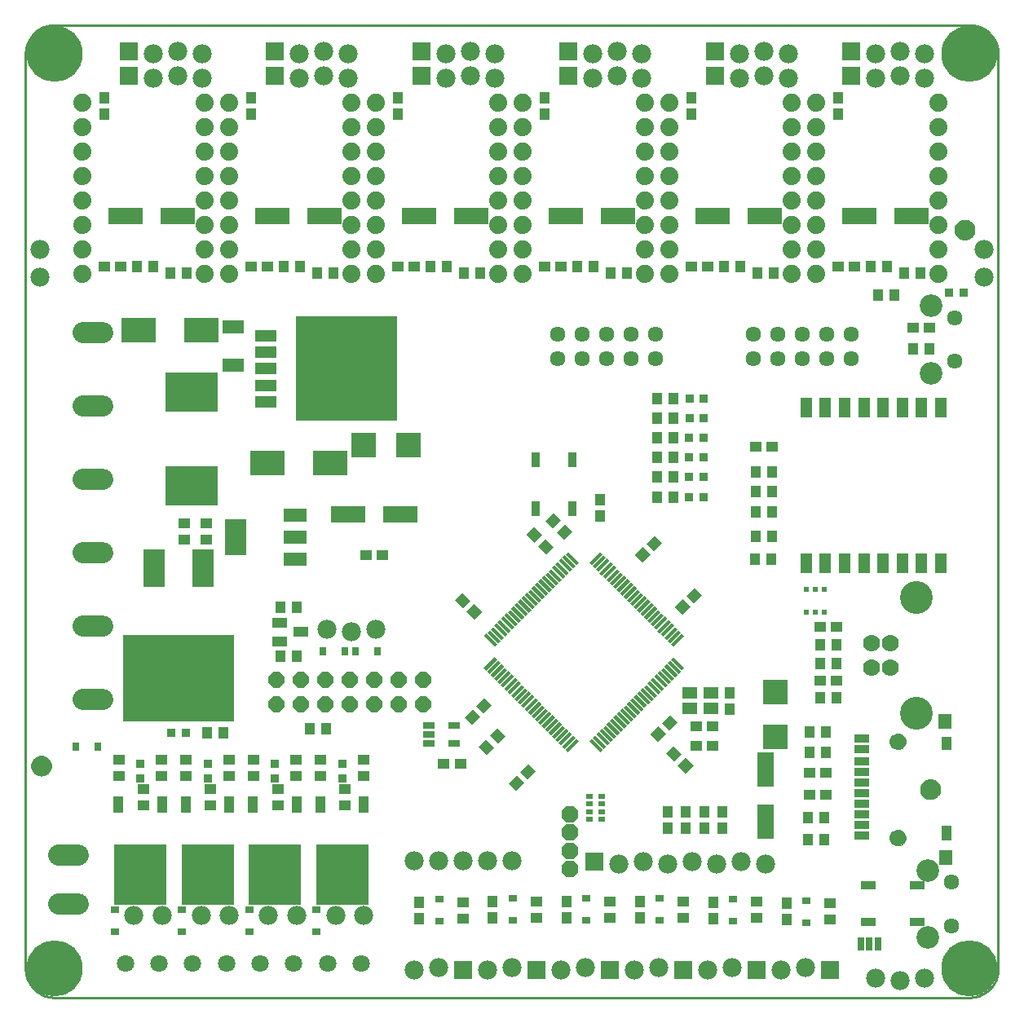
<source format=gts>
G75*
G70*
%OFA0B0*%
%FSLAX24Y24*%
%IPPOS*%
%LPD*%
%AMOC8*
5,1,8,0,0,1.08239X$1,22.5*
%
%ADD10C,0.0100*%
%ADD11R,0.0146X0.0631*%
%ADD12R,0.0631X0.0146*%
%ADD13R,0.0591X0.0512*%
%ADD14R,0.0473X0.0434*%
%ADD15R,0.0434X0.0473*%
%ADD16R,0.0640X0.0340*%
%ADD17R,0.0355X0.0355*%
%ADD18R,0.0340X0.0640*%
%ADD19C,0.0700*%
%ADD20C,0.1340*%
%ADD21R,0.0237X0.0237*%
%ADD22C,0.0634*%
%ADD23R,0.0367X0.0288*%
%ADD24R,0.1040X0.1040*%
%ADD25R,0.4138X0.4292*%
%ADD26R,0.0890X0.0460*%
%ADD27R,0.2166X0.1615*%
%ADD28R,0.0867X0.0540*%
%ADD29R,0.0512X0.0827*%
%ADD30C,0.0926*%
%ADD31C,0.0780*%
%ADD32R,0.0571X0.0631*%
%ADD33R,0.0434X0.0591*%
%ADD34R,0.0434X0.0552*%
%ADD35R,0.0631X0.0335*%
%ADD36C,0.0000*%
%ADD37C,0.0670*%
%ADD38R,0.0780X0.0780*%
%ADD39C,0.0740*%
%ADD40R,0.1418X0.0670*%
%ADD41R,0.0860X0.1540*%
%ADD42R,0.4540X0.3540*%
%ADD43C,0.0050*%
%ADD44R,0.2166X0.2481*%
%ADD45R,0.0434X0.0670*%
%ADD46R,0.0920X0.0520*%
%ADD47R,0.0906X0.1457*%
%ADD48R,0.0296X0.0237*%
%ADD49R,0.0591X0.0434*%
%ADD50C,0.0865*%
%ADD51R,0.0288X0.0367*%
%ADD52OC8,0.0640*%
%ADD53R,0.0512X0.0257*%
%ADD54R,0.0290X0.0540*%
%ADD55OC8,0.0670*%
%ADD56R,0.0670X0.1418*%
%ADD57C,0.0709*%
%ADD58R,0.1418X0.1024*%
%ADD59C,0.2290*%
D10*
X002330Y001759D02*
X002330Y039160D01*
X002332Y039226D01*
X002337Y039292D01*
X002347Y039358D01*
X002360Y039423D01*
X002376Y039487D01*
X002396Y039550D01*
X002420Y039612D01*
X002447Y039672D01*
X002477Y039731D01*
X002511Y039788D01*
X002548Y039843D01*
X002588Y039896D01*
X002630Y039947D01*
X002676Y039995D01*
X002724Y040041D01*
X002775Y040083D01*
X002828Y040123D01*
X002883Y040160D01*
X002940Y040194D01*
X002999Y040224D01*
X003059Y040251D01*
X003121Y040275D01*
X003184Y040295D01*
X003248Y040311D01*
X003313Y040324D01*
X003379Y040334D01*
X003445Y040339D01*
X003511Y040341D01*
X040913Y040341D01*
X040979Y040339D01*
X041045Y040334D01*
X041111Y040324D01*
X041176Y040311D01*
X041240Y040295D01*
X041303Y040275D01*
X041365Y040251D01*
X041425Y040224D01*
X041484Y040194D01*
X041541Y040160D01*
X041596Y040123D01*
X041649Y040083D01*
X041700Y040041D01*
X041748Y039995D01*
X041794Y039947D01*
X041836Y039896D01*
X041876Y039843D01*
X041913Y039788D01*
X041947Y039731D01*
X041977Y039672D01*
X042004Y039612D01*
X042028Y039550D01*
X042048Y039487D01*
X042064Y039423D01*
X042077Y039358D01*
X042087Y039292D01*
X042092Y039226D01*
X042094Y039160D01*
X042094Y001759D01*
X042092Y001693D01*
X042087Y001627D01*
X042077Y001561D01*
X042064Y001496D01*
X042048Y001432D01*
X042028Y001369D01*
X042004Y001307D01*
X041977Y001247D01*
X041947Y001188D01*
X041913Y001131D01*
X041876Y001076D01*
X041836Y001023D01*
X041794Y000972D01*
X041748Y000924D01*
X041700Y000878D01*
X041649Y000836D01*
X041596Y000796D01*
X041541Y000759D01*
X041484Y000725D01*
X041425Y000695D01*
X041365Y000668D01*
X041303Y000644D01*
X041240Y000624D01*
X041176Y000608D01*
X041111Y000595D01*
X041045Y000585D01*
X040979Y000580D01*
X040913Y000578D01*
X003511Y000578D01*
X003445Y000580D01*
X003379Y000585D01*
X003313Y000595D01*
X003248Y000608D01*
X003184Y000624D01*
X003121Y000644D01*
X003059Y000668D01*
X002999Y000695D01*
X002940Y000725D01*
X002883Y000759D01*
X002828Y000796D01*
X002775Y000836D01*
X002724Y000878D01*
X002676Y000924D01*
X002630Y000972D01*
X002588Y001023D01*
X002548Y001076D01*
X002511Y001131D01*
X002477Y001188D01*
X002447Y001247D01*
X002420Y001307D01*
X002396Y001369D01*
X002376Y001432D01*
X002360Y001496D01*
X002347Y001561D01*
X002337Y001627D01*
X002332Y001693D01*
X002330Y001759D01*
D11*
G36*
X021611Y015023D02*
X021508Y014920D01*
X021063Y015365D01*
X021166Y015468D01*
X021611Y015023D01*
G37*
G36*
X021750Y015162D02*
X021647Y015059D01*
X021202Y015504D01*
X021305Y015607D01*
X021750Y015162D01*
G37*
G36*
X021889Y015301D02*
X021786Y015198D01*
X021341Y015643D01*
X021444Y015746D01*
X021889Y015301D01*
G37*
G36*
X022028Y015441D02*
X021925Y015338D01*
X021480Y015783D01*
X021583Y015886D01*
X022028Y015441D01*
G37*
G36*
X022168Y015580D02*
X022065Y015477D01*
X021620Y015922D01*
X021723Y016025D01*
X022168Y015580D01*
G37*
G36*
X022307Y015719D02*
X022204Y015616D01*
X021759Y016061D01*
X021862Y016164D01*
X022307Y015719D01*
G37*
G36*
X022446Y015858D02*
X022343Y015755D01*
X021898Y016200D01*
X022001Y016303D01*
X022446Y015858D01*
G37*
G36*
X022585Y015997D02*
X022482Y015894D01*
X022037Y016339D01*
X022140Y016442D01*
X022585Y015997D01*
G37*
G36*
X022724Y016137D02*
X022621Y016034D01*
X022176Y016479D01*
X022279Y016582D01*
X022724Y016137D01*
G37*
G36*
X022864Y016276D02*
X022761Y016173D01*
X022316Y016618D01*
X022419Y016721D01*
X022864Y016276D01*
G37*
G36*
X023003Y016415D02*
X022900Y016312D01*
X022455Y016757D01*
X022558Y016860D01*
X023003Y016415D01*
G37*
G36*
X023142Y016554D02*
X023039Y016451D01*
X022594Y016896D01*
X022697Y016999D01*
X023142Y016554D01*
G37*
G36*
X023281Y016693D02*
X023178Y016590D01*
X022733Y017035D01*
X022836Y017138D01*
X023281Y016693D01*
G37*
G36*
X023420Y016833D02*
X023317Y016730D01*
X022872Y017175D01*
X022975Y017278D01*
X023420Y016833D01*
G37*
G36*
X023560Y016972D02*
X023457Y016869D01*
X023012Y017314D01*
X023115Y017417D01*
X023560Y016972D01*
G37*
G36*
X023699Y017111D02*
X023596Y017008D01*
X023151Y017453D01*
X023254Y017556D01*
X023699Y017111D01*
G37*
G36*
X023838Y017250D02*
X023735Y017147D01*
X023290Y017592D01*
X023393Y017695D01*
X023838Y017250D01*
G37*
G36*
X023977Y017389D02*
X023874Y017286D01*
X023429Y017731D01*
X023532Y017834D01*
X023977Y017389D01*
G37*
G36*
X024116Y017529D02*
X024013Y017426D01*
X023568Y017871D01*
X023671Y017974D01*
X024116Y017529D01*
G37*
G36*
X024255Y017668D02*
X024152Y017565D01*
X023707Y018010D01*
X023810Y018113D01*
X024255Y017668D01*
G37*
G36*
X024395Y017807D02*
X024292Y017704D01*
X023847Y018149D01*
X023950Y018252D01*
X024395Y017807D01*
G37*
G36*
X024534Y017946D02*
X024431Y017843D01*
X023986Y018288D01*
X024089Y018391D01*
X024534Y017946D01*
G37*
G36*
X024673Y018085D02*
X024570Y017982D01*
X024125Y018427D01*
X024228Y018530D01*
X024673Y018085D01*
G37*
G36*
X024812Y018225D02*
X024709Y018122D01*
X024264Y018567D01*
X024367Y018670D01*
X024812Y018225D01*
G37*
G36*
X024951Y018364D02*
X024848Y018261D01*
X024403Y018706D01*
X024506Y018809D01*
X024951Y018364D01*
G37*
G36*
X029266Y014049D02*
X029163Y013946D01*
X028718Y014391D01*
X028821Y014494D01*
X029266Y014049D01*
G37*
G36*
X029127Y013910D02*
X029024Y013807D01*
X028579Y014252D01*
X028682Y014355D01*
X029127Y013910D01*
G37*
G36*
X028988Y013770D02*
X028885Y013667D01*
X028440Y014112D01*
X028543Y014215D01*
X028988Y013770D01*
G37*
G36*
X028849Y013631D02*
X028746Y013528D01*
X028301Y013973D01*
X028404Y014076D01*
X028849Y013631D01*
G37*
G36*
X028710Y013492D02*
X028607Y013389D01*
X028162Y013834D01*
X028265Y013937D01*
X028710Y013492D01*
G37*
G36*
X028571Y013353D02*
X028468Y013250D01*
X028023Y013695D01*
X028126Y013798D01*
X028571Y013353D01*
G37*
G36*
X028431Y013214D02*
X028328Y013111D01*
X027883Y013556D01*
X027986Y013659D01*
X028431Y013214D01*
G37*
G36*
X028292Y013074D02*
X028189Y012971D01*
X027744Y013416D01*
X027847Y013519D01*
X028292Y013074D01*
G37*
G36*
X028153Y012935D02*
X028050Y012832D01*
X027605Y013277D01*
X027708Y013380D01*
X028153Y012935D01*
G37*
G36*
X028014Y012796D02*
X027911Y012693D01*
X027466Y013138D01*
X027569Y013241D01*
X028014Y012796D01*
G37*
G36*
X027875Y012657D02*
X027772Y012554D01*
X027327Y012999D01*
X027430Y013102D01*
X027875Y012657D01*
G37*
G36*
X027735Y012518D02*
X027632Y012415D01*
X027187Y012860D01*
X027290Y012963D01*
X027735Y012518D01*
G37*
G36*
X027596Y012378D02*
X027493Y012275D01*
X027048Y012720D01*
X027151Y012823D01*
X027596Y012378D01*
G37*
G36*
X027457Y012239D02*
X027354Y012136D01*
X026909Y012581D01*
X027012Y012684D01*
X027457Y012239D01*
G37*
G36*
X027318Y012100D02*
X027215Y011997D01*
X026770Y012442D01*
X026873Y012545D01*
X027318Y012100D01*
G37*
G36*
X027179Y011961D02*
X027076Y011858D01*
X026631Y012303D01*
X026734Y012406D01*
X027179Y011961D01*
G37*
G36*
X027039Y011822D02*
X026936Y011719D01*
X026491Y012164D01*
X026594Y012267D01*
X027039Y011822D01*
G37*
G36*
X026900Y011682D02*
X026797Y011579D01*
X026352Y012024D01*
X026455Y012127D01*
X026900Y011682D01*
G37*
G36*
X026761Y011543D02*
X026658Y011440D01*
X026213Y011885D01*
X026316Y011988D01*
X026761Y011543D01*
G37*
G36*
X026622Y011404D02*
X026519Y011301D01*
X026074Y011746D01*
X026177Y011849D01*
X026622Y011404D01*
G37*
G36*
X026483Y011265D02*
X026380Y011162D01*
X025935Y011607D01*
X026038Y011710D01*
X026483Y011265D01*
G37*
G36*
X026343Y011126D02*
X026240Y011023D01*
X025795Y011468D01*
X025898Y011571D01*
X026343Y011126D01*
G37*
G36*
X026204Y010986D02*
X026101Y010883D01*
X025656Y011328D01*
X025759Y011431D01*
X026204Y010986D01*
G37*
G36*
X026065Y010847D02*
X025962Y010744D01*
X025517Y011189D01*
X025620Y011292D01*
X026065Y010847D01*
G37*
G36*
X025926Y010708D02*
X025823Y010605D01*
X025378Y011050D01*
X025481Y011153D01*
X025926Y010708D01*
G37*
D12*
G36*
X024951Y011050D02*
X024506Y010605D01*
X024403Y010708D01*
X024848Y011153D01*
X024951Y011050D01*
G37*
G36*
X024812Y011189D02*
X024367Y010744D01*
X024264Y010847D01*
X024709Y011292D01*
X024812Y011189D01*
G37*
G36*
X024673Y011328D02*
X024228Y010883D01*
X024125Y010986D01*
X024570Y011431D01*
X024673Y011328D01*
G37*
G36*
X024534Y011468D02*
X024089Y011023D01*
X023986Y011126D01*
X024431Y011571D01*
X024534Y011468D01*
G37*
G36*
X024395Y011607D02*
X023950Y011162D01*
X023847Y011265D01*
X024292Y011710D01*
X024395Y011607D01*
G37*
G36*
X024255Y011746D02*
X023810Y011301D01*
X023707Y011404D01*
X024152Y011849D01*
X024255Y011746D01*
G37*
G36*
X024116Y011885D02*
X023671Y011440D01*
X023568Y011543D01*
X024013Y011988D01*
X024116Y011885D01*
G37*
G36*
X023977Y012024D02*
X023532Y011579D01*
X023429Y011682D01*
X023874Y012127D01*
X023977Y012024D01*
G37*
G36*
X023838Y012164D02*
X023393Y011719D01*
X023290Y011822D01*
X023735Y012267D01*
X023838Y012164D01*
G37*
G36*
X023699Y012303D02*
X023254Y011858D01*
X023151Y011961D01*
X023596Y012406D01*
X023699Y012303D01*
G37*
G36*
X023560Y012442D02*
X023115Y011997D01*
X023012Y012100D01*
X023457Y012545D01*
X023560Y012442D01*
G37*
G36*
X023420Y012581D02*
X022975Y012136D01*
X022872Y012239D01*
X023317Y012684D01*
X023420Y012581D01*
G37*
G36*
X023281Y012720D02*
X022836Y012275D01*
X022733Y012378D01*
X023178Y012823D01*
X023281Y012720D01*
G37*
G36*
X023142Y012860D02*
X022697Y012415D01*
X022594Y012518D01*
X023039Y012963D01*
X023142Y012860D01*
G37*
G36*
X023003Y012999D02*
X022558Y012554D01*
X022455Y012657D01*
X022900Y013102D01*
X023003Y012999D01*
G37*
G36*
X022864Y013138D02*
X022419Y012693D01*
X022316Y012796D01*
X022761Y013241D01*
X022864Y013138D01*
G37*
G36*
X022724Y013277D02*
X022279Y012832D01*
X022176Y012935D01*
X022621Y013380D01*
X022724Y013277D01*
G37*
G36*
X022585Y013416D02*
X022140Y012971D01*
X022037Y013074D01*
X022482Y013519D01*
X022585Y013416D01*
G37*
G36*
X022446Y013556D02*
X022001Y013111D01*
X021898Y013214D01*
X022343Y013659D01*
X022446Y013556D01*
G37*
G36*
X022307Y013695D02*
X021862Y013250D01*
X021759Y013353D01*
X022204Y013798D01*
X022307Y013695D01*
G37*
G36*
X022168Y013834D02*
X021723Y013389D01*
X021620Y013492D01*
X022065Y013937D01*
X022168Y013834D01*
G37*
G36*
X022028Y013973D02*
X021583Y013528D01*
X021480Y013631D01*
X021925Y014076D01*
X022028Y013973D01*
G37*
G36*
X021889Y014112D02*
X021444Y013667D01*
X021341Y013770D01*
X021786Y014215D01*
X021889Y014112D01*
G37*
G36*
X021750Y014252D02*
X021305Y013807D01*
X021202Y013910D01*
X021647Y014355D01*
X021750Y014252D01*
G37*
G36*
X021611Y014391D02*
X021166Y013946D01*
X021063Y014049D01*
X021508Y014494D01*
X021611Y014391D01*
G37*
G36*
X025926Y018706D02*
X025481Y018261D01*
X025378Y018364D01*
X025823Y018809D01*
X025926Y018706D01*
G37*
G36*
X026065Y018567D02*
X025620Y018122D01*
X025517Y018225D01*
X025962Y018670D01*
X026065Y018567D01*
G37*
G36*
X026204Y018427D02*
X025759Y017982D01*
X025656Y018085D01*
X026101Y018530D01*
X026204Y018427D01*
G37*
G36*
X026343Y018288D02*
X025898Y017843D01*
X025795Y017946D01*
X026240Y018391D01*
X026343Y018288D01*
G37*
G36*
X026483Y018149D02*
X026038Y017704D01*
X025935Y017807D01*
X026380Y018252D01*
X026483Y018149D01*
G37*
G36*
X026622Y018010D02*
X026177Y017565D01*
X026074Y017668D01*
X026519Y018113D01*
X026622Y018010D01*
G37*
G36*
X026761Y017871D02*
X026316Y017426D01*
X026213Y017529D01*
X026658Y017974D01*
X026761Y017871D01*
G37*
G36*
X026900Y017731D02*
X026455Y017286D01*
X026352Y017389D01*
X026797Y017834D01*
X026900Y017731D01*
G37*
G36*
X027039Y017592D02*
X026594Y017147D01*
X026491Y017250D01*
X026936Y017695D01*
X027039Y017592D01*
G37*
G36*
X027179Y017453D02*
X026734Y017008D01*
X026631Y017111D01*
X027076Y017556D01*
X027179Y017453D01*
G37*
G36*
X027318Y017314D02*
X026873Y016869D01*
X026770Y016972D01*
X027215Y017417D01*
X027318Y017314D01*
G37*
G36*
X027457Y017175D02*
X027012Y016730D01*
X026909Y016833D01*
X027354Y017278D01*
X027457Y017175D01*
G37*
G36*
X027596Y017035D02*
X027151Y016590D01*
X027048Y016693D01*
X027493Y017138D01*
X027596Y017035D01*
G37*
G36*
X027735Y016896D02*
X027290Y016451D01*
X027187Y016554D01*
X027632Y016999D01*
X027735Y016896D01*
G37*
G36*
X027875Y016757D02*
X027430Y016312D01*
X027327Y016415D01*
X027772Y016860D01*
X027875Y016757D01*
G37*
G36*
X028014Y016618D02*
X027569Y016173D01*
X027466Y016276D01*
X027911Y016721D01*
X028014Y016618D01*
G37*
G36*
X028153Y016479D02*
X027708Y016034D01*
X027605Y016137D01*
X028050Y016582D01*
X028153Y016479D01*
G37*
G36*
X028292Y016339D02*
X027847Y015894D01*
X027744Y015997D01*
X028189Y016442D01*
X028292Y016339D01*
G37*
G36*
X028431Y016200D02*
X027986Y015755D01*
X027883Y015858D01*
X028328Y016303D01*
X028431Y016200D01*
G37*
G36*
X028571Y016061D02*
X028126Y015616D01*
X028023Y015719D01*
X028468Y016164D01*
X028571Y016061D01*
G37*
G36*
X028710Y015922D02*
X028265Y015477D01*
X028162Y015580D01*
X028607Y016025D01*
X028710Y015922D01*
G37*
G36*
X028849Y015783D02*
X028404Y015338D01*
X028301Y015441D01*
X028746Y015886D01*
X028849Y015783D01*
G37*
G36*
X028988Y015643D02*
X028543Y015198D01*
X028440Y015301D01*
X028885Y015746D01*
X028988Y015643D01*
G37*
G36*
X029127Y015504D02*
X028682Y015059D01*
X028579Y015162D01*
X029024Y015607D01*
X029127Y015504D01*
G37*
G36*
X029266Y015365D02*
X028821Y014920D01*
X028718Y015023D01*
X029163Y015468D01*
X029266Y015365D01*
G37*
D13*
X029482Y013022D03*
X029482Y012392D03*
X030348Y012392D03*
X030348Y013022D03*
D14*
X030409Y011657D03*
X029740Y011657D03*
X029736Y010861D03*
X030406Y010861D03*
G36*
X029327Y009746D02*
X028994Y010079D01*
X029301Y010386D01*
X029634Y010053D01*
X029327Y009746D01*
G37*
G36*
X028854Y010219D02*
X028521Y010552D01*
X028828Y010859D01*
X029161Y010526D01*
X028854Y010219D01*
G37*
G36*
X028506Y011349D02*
X028173Y011016D01*
X027866Y011323D01*
X028199Y011656D01*
X028506Y011349D01*
G37*
G36*
X028980Y011823D02*
X028647Y011490D01*
X028340Y011797D01*
X028673Y012130D01*
X028980Y011823D01*
G37*
G36*
X029505Y016549D02*
X029172Y016216D01*
X028865Y016523D01*
X029198Y016856D01*
X029505Y016549D01*
G37*
G36*
X029978Y017022D02*
X029645Y016689D01*
X029338Y016996D01*
X029671Y017329D01*
X029978Y017022D01*
G37*
G36*
X027706Y019131D02*
X028039Y019464D01*
X028346Y019157D01*
X028013Y018824D01*
X027706Y019131D01*
G37*
G36*
X027233Y018657D02*
X027566Y018990D01*
X027873Y018683D01*
X027540Y018350D01*
X027233Y018657D01*
G37*
G36*
X023606Y018706D02*
X023273Y019039D01*
X023580Y019346D01*
X023913Y019013D01*
X023606Y018706D01*
G37*
G36*
X023133Y019179D02*
X022800Y019512D01*
X023107Y019819D01*
X023440Y019486D01*
X023133Y019179D01*
G37*
G36*
X020669Y016656D02*
X021002Y016323D01*
X020695Y016016D01*
X020362Y016349D01*
X020669Y016656D01*
G37*
G36*
X020196Y017129D02*
X020529Y016796D01*
X020222Y016489D01*
X019889Y016822D01*
X020196Y017129D01*
G37*
X016920Y018658D03*
X016251Y018658D03*
X009705Y019305D03*
X009705Y019975D03*
X008830Y019975D03*
X008830Y019305D03*
X008893Y010287D03*
X008893Y009618D03*
X009893Y009100D03*
X010643Y009618D03*
X010643Y010287D03*
X011643Y010287D03*
X011643Y009618D03*
X012643Y009100D03*
X012643Y008430D03*
X013393Y009618D03*
X013393Y010287D03*
X014393Y010287D03*
X014393Y009618D03*
X015393Y009100D03*
X015393Y008430D03*
X016143Y009618D03*
X016143Y010287D03*
X019433Y010140D03*
X020102Y010140D03*
G36*
X020269Y012029D02*
X020602Y012362D01*
X020909Y012055D01*
X020576Y011722D01*
X020269Y012029D01*
G37*
G36*
X020742Y012502D02*
X021075Y012835D01*
X021382Y012528D01*
X021049Y012195D01*
X020742Y012502D01*
G37*
G36*
X022543Y009810D02*
X022876Y010143D01*
X023183Y009836D01*
X022850Y009503D01*
X022543Y009810D01*
G37*
G36*
X022070Y009337D02*
X022403Y009670D01*
X022710Y009363D01*
X022377Y009030D01*
X022070Y009337D01*
G37*
X023209Y004507D03*
X023209Y003837D03*
X026209Y003819D03*
X026209Y004488D03*
X029201Y004486D03*
X029201Y003817D03*
X032201Y003839D03*
X032201Y004508D03*
X035201Y004421D03*
X035201Y003751D03*
X035049Y008871D03*
X034379Y008871D03*
X034392Y009759D03*
X035062Y009759D03*
X034807Y013536D03*
X035476Y013536D03*
X035496Y015735D03*
X034826Y015735D03*
X032858Y023094D03*
X032188Y023094D03*
X038620Y027969D03*
X039290Y027969D03*
X036227Y030453D03*
X035558Y030453D03*
X030227Y030453D03*
X029558Y030453D03*
X024227Y030453D03*
X023558Y030453D03*
X018227Y030453D03*
X017558Y030453D03*
X012227Y030453D03*
X011558Y030453D03*
X006227Y030453D03*
X005558Y030453D03*
X006143Y010287D03*
X006143Y009618D03*
X007143Y009100D03*
X007893Y009618D03*
X007893Y010287D03*
X007143Y008430D03*
X009893Y008430D03*
X020201Y004461D03*
X020201Y003792D03*
D15*
X021409Y003841D03*
X021409Y004511D03*
X018409Y004461D03*
X018409Y003791D03*
X024459Y003833D03*
X024459Y004502D03*
X027459Y004509D03*
X027459Y003840D03*
X030459Y003810D03*
X030459Y004479D03*
X033459Y004427D03*
X033459Y003758D03*
X034323Y007032D03*
X034992Y007032D03*
X034993Y007915D03*
X034324Y007915D03*
X034386Y010602D03*
X035055Y010602D03*
X035055Y011420D03*
X034386Y011420D03*
X034807Y012832D03*
X035476Y012832D03*
X035476Y014239D03*
X034807Y014239D03*
X034807Y014983D03*
X035476Y014983D03*
X032818Y018512D03*
X032149Y018512D03*
X032169Y019437D03*
X032838Y019437D03*
X032838Y020441D03*
X032169Y020441D03*
X032173Y021259D03*
X032843Y021259D03*
X032858Y022072D03*
X032188Y022072D03*
X028821Y021852D03*
X028152Y021852D03*
X028152Y022664D03*
X028821Y022664D03*
X028821Y023471D03*
X028152Y023471D03*
X028151Y024276D03*
X028820Y024276D03*
X028820Y025078D03*
X028151Y025078D03*
X028152Y021033D03*
X028821Y021033D03*
X025803Y020944D03*
X025803Y020275D03*
G36*
X024378Y019922D02*
X024685Y019615D01*
X024352Y019282D01*
X024045Y019589D01*
X024378Y019922D01*
G37*
G36*
X023905Y020395D02*
X024212Y020088D01*
X023879Y019755D01*
X023572Y020062D01*
X023905Y020395D01*
G37*
X031115Y013042D03*
X031115Y012372D03*
X030830Y008162D03*
X030830Y007493D03*
X030080Y007493D03*
X029330Y007493D03*
X029330Y008162D03*
X030080Y008162D03*
X028580Y008162D03*
X028580Y007493D03*
G36*
X021949Y011270D02*
X021642Y010963D01*
X021309Y011296D01*
X021616Y011603D01*
X021949Y011270D01*
G37*
G36*
X021476Y010797D02*
X021169Y010490D01*
X020836Y010823D01*
X021143Y011130D01*
X021476Y010797D01*
G37*
X014615Y011578D03*
X013945Y011578D03*
X013415Y014515D03*
X012745Y014515D03*
X012745Y016515D03*
X013415Y016515D03*
X010415Y011390D03*
X009745Y011390D03*
X008915Y030203D03*
X008245Y030203D03*
X007540Y030453D03*
X006870Y030453D03*
X012870Y030453D03*
X013540Y030453D03*
X014245Y030203D03*
X014915Y030203D03*
X018870Y030453D03*
X019540Y030453D03*
X020245Y030203D03*
X020915Y030203D03*
X024870Y030453D03*
X025540Y030453D03*
X026245Y030203D03*
X026915Y030203D03*
X030870Y030453D03*
X031540Y030453D03*
X032245Y030203D03*
X032915Y030203D03*
X036870Y030453D03*
X037540Y030453D03*
X038245Y030203D03*
X038915Y030203D03*
X037852Y029296D03*
X037183Y029296D03*
X038625Y027097D03*
X039295Y027097D03*
X035561Y036699D03*
X035561Y037368D03*
X029561Y037362D03*
X029561Y036693D03*
X023561Y036693D03*
X023561Y037362D03*
X017561Y037362D03*
X017561Y036693D03*
X011549Y036693D03*
X011549Y037362D03*
X005561Y037362D03*
X005561Y036693D03*
D16*
X036779Y005151D03*
X036779Y003651D03*
X038779Y003651D03*
X038779Y005151D03*
D17*
X030057Y021033D03*
X029466Y021033D03*
X029466Y021852D03*
X030057Y021852D03*
X030057Y022664D03*
X029466Y022664D03*
X029466Y023471D03*
X030057Y023471D03*
X030060Y024276D03*
X029470Y024276D03*
X029470Y025078D03*
X030060Y025078D03*
X040097Y029390D03*
X040688Y029390D03*
X015268Y010123D03*
X015268Y009532D03*
X012518Y009532D03*
X012518Y010123D03*
X009768Y010123D03*
X009768Y009532D03*
X008875Y011390D03*
X008285Y011390D03*
X007018Y010123D03*
X007018Y009532D03*
D18*
X023198Y020562D03*
X024698Y020562D03*
X024698Y022562D03*
X023198Y022562D03*
D19*
X036913Y015063D03*
X037693Y015063D03*
X037693Y014079D03*
X036913Y014079D03*
D20*
X038763Y012201D03*
X038763Y016941D03*
D21*
X034995Y017264D03*
X034621Y017264D03*
X034247Y017264D03*
X034247Y016319D03*
X034621Y016319D03*
X034995Y016319D03*
D22*
X035080Y026703D03*
X035080Y027703D03*
X036080Y027703D03*
X036080Y026703D03*
X034080Y026703D03*
X034080Y027703D03*
X033080Y027703D03*
X032080Y027703D03*
X032080Y026703D03*
X033080Y026703D03*
X028080Y026703D03*
X028080Y027703D03*
X027080Y027703D03*
X027080Y026703D03*
X026080Y026703D03*
X026080Y027703D03*
X025080Y027703D03*
X024080Y027703D03*
X024080Y026703D03*
X025080Y026703D03*
X040322Y026593D03*
X040322Y028364D03*
X040197Y005286D03*
X040197Y003514D03*
D23*
X034260Y003631D03*
X034260Y004537D03*
X031260Y004599D03*
X031260Y003693D03*
X028260Y003721D03*
X028260Y004627D03*
X025260Y004620D03*
X025260Y003715D03*
X022260Y003735D03*
X022260Y004640D03*
X019260Y004598D03*
X019260Y003692D03*
X014230Y003275D03*
X014230Y004180D03*
X011480Y004180D03*
X011480Y003275D03*
X008730Y003275D03*
X008730Y004180D03*
X005980Y004180D03*
X005980Y003275D03*
D24*
X016134Y023160D03*
X017984Y023160D03*
X032999Y013073D03*
X032999Y011223D03*
D25*
X015444Y026282D03*
D26*
X012164Y026282D03*
X012164Y026952D03*
X012164Y027622D03*
X012164Y025612D03*
X012164Y024942D03*
D27*
X009102Y025344D03*
X009102Y021485D03*
D28*
X010830Y026423D03*
X010830Y027982D03*
D29*
X034241Y024697D03*
X035029Y024697D03*
X035816Y024697D03*
X036604Y024697D03*
X037391Y024697D03*
X038178Y024697D03*
X038966Y024697D03*
X039753Y024697D03*
X039753Y018319D03*
X038966Y018319D03*
X038178Y018319D03*
X037391Y018319D03*
X036604Y018319D03*
X035816Y018319D03*
X035029Y018319D03*
X034241Y018319D03*
D30*
X039338Y026101D03*
X039338Y028857D03*
X039213Y005778D03*
X039213Y003022D03*
D31*
X039080Y001378D03*
X038080Y001278D03*
X037080Y001378D03*
X034204Y001784D03*
X033204Y001684D03*
X031204Y001784D03*
X030204Y001684D03*
X028204Y001784D03*
X027204Y001684D03*
X025204Y001784D03*
X024204Y001684D03*
X022204Y001784D03*
X021204Y001684D03*
X019204Y001784D03*
X018204Y001684D03*
X016150Y003928D03*
X015010Y003928D03*
X013400Y003928D03*
X012260Y003928D03*
X010650Y003928D03*
X009510Y003928D03*
X007900Y003928D03*
X006760Y003928D03*
X018208Y006150D03*
X019208Y006150D03*
X020208Y006150D03*
X021208Y006150D03*
X022208Y006150D03*
X026580Y006028D03*
X027580Y006128D03*
X028580Y006028D03*
X029580Y006128D03*
X030580Y006028D03*
X031580Y006128D03*
X032580Y006028D03*
X016643Y015628D03*
X015643Y015528D03*
X014643Y015628D03*
X002924Y030039D03*
X002924Y031179D03*
X007536Y038153D03*
X007536Y039153D03*
X008536Y039253D03*
X009536Y039153D03*
X009536Y038153D03*
X008536Y038253D03*
X013518Y038153D03*
X014518Y038253D03*
X015518Y038153D03*
X015518Y039153D03*
X014518Y039253D03*
X013518Y039153D03*
X019518Y039153D03*
X019518Y038153D03*
X020518Y038253D03*
X021518Y038153D03*
X021518Y039153D03*
X020518Y039253D03*
X025518Y039153D03*
X026518Y039253D03*
X027518Y039153D03*
X027518Y038153D03*
X026518Y038253D03*
X025518Y038153D03*
X031518Y038153D03*
X032518Y038253D03*
X033518Y038153D03*
X033518Y039153D03*
X032518Y039253D03*
X031518Y039153D03*
X037080Y039153D03*
X038080Y039253D03*
X038080Y038253D03*
X037080Y038153D03*
X039080Y038153D03*
X039080Y039153D03*
X041518Y031179D03*
X041518Y030039D03*
D32*
X039928Y011862D03*
X039948Y006292D03*
D33*
X039987Y007286D03*
D34*
X039987Y010957D03*
D35*
X036533Y011173D03*
X036533Y010740D03*
X036533Y010229D03*
X036533Y009796D03*
X036533Y009362D03*
X036533Y008929D03*
X036533Y008496D03*
X036533Y008063D03*
X036533Y007630D03*
X036533Y007197D03*
D36*
X037684Y007109D02*
X037686Y007144D01*
X037692Y007179D01*
X037702Y007213D01*
X037715Y007246D01*
X037732Y007277D01*
X037753Y007305D01*
X037776Y007332D01*
X037803Y007355D01*
X037831Y007376D01*
X037862Y007393D01*
X037895Y007406D01*
X037929Y007416D01*
X037964Y007422D01*
X037999Y007424D01*
X038034Y007422D01*
X038069Y007416D01*
X038103Y007406D01*
X038136Y007393D01*
X038167Y007376D01*
X038195Y007355D01*
X038222Y007332D01*
X038245Y007305D01*
X038266Y007277D01*
X038283Y007246D01*
X038296Y007213D01*
X038306Y007179D01*
X038312Y007144D01*
X038314Y007109D01*
X038312Y007074D01*
X038306Y007039D01*
X038296Y007005D01*
X038283Y006972D01*
X038266Y006941D01*
X038245Y006913D01*
X038222Y006886D01*
X038195Y006863D01*
X038167Y006842D01*
X038136Y006825D01*
X038103Y006812D01*
X038069Y006802D01*
X038034Y006796D01*
X037999Y006794D01*
X037964Y006796D01*
X037929Y006802D01*
X037895Y006812D01*
X037862Y006825D01*
X037831Y006842D01*
X037803Y006863D01*
X037776Y006886D01*
X037753Y006913D01*
X037732Y006941D01*
X037715Y006972D01*
X037702Y007005D01*
X037692Y007039D01*
X037686Y007074D01*
X037684Y007109D01*
X037684Y011046D02*
X037686Y011081D01*
X037692Y011116D01*
X037702Y011150D01*
X037715Y011183D01*
X037732Y011214D01*
X037753Y011242D01*
X037776Y011269D01*
X037803Y011292D01*
X037831Y011313D01*
X037862Y011330D01*
X037895Y011343D01*
X037929Y011353D01*
X037964Y011359D01*
X037999Y011361D01*
X038034Y011359D01*
X038069Y011353D01*
X038103Y011343D01*
X038136Y011330D01*
X038167Y011313D01*
X038195Y011292D01*
X038222Y011269D01*
X038245Y011242D01*
X038266Y011214D01*
X038283Y011183D01*
X038296Y011150D01*
X038306Y011116D01*
X038312Y011081D01*
X038314Y011046D01*
X038312Y011011D01*
X038306Y010976D01*
X038296Y010942D01*
X038283Y010909D01*
X038266Y010878D01*
X038245Y010850D01*
X038222Y010823D01*
X038195Y010800D01*
X038167Y010779D01*
X038136Y010762D01*
X038103Y010749D01*
X038069Y010739D01*
X038034Y010733D01*
X037999Y010731D01*
X037964Y010733D01*
X037929Y010739D01*
X037895Y010749D01*
X037862Y010762D01*
X037831Y010779D01*
X037803Y010800D01*
X037776Y010823D01*
X037753Y010850D01*
X037732Y010878D01*
X037715Y010909D01*
X037702Y010942D01*
X037692Y010976D01*
X037686Y011011D01*
X037684Y011046D01*
D37*
X037999Y011046D03*
X037999Y007109D03*
D38*
X035204Y001684D03*
X032204Y001684D03*
X029204Y001684D03*
X026204Y001684D03*
X023204Y001684D03*
X020204Y001684D03*
X025580Y006128D03*
X024518Y038253D03*
X024518Y039253D03*
X030518Y039253D03*
X030518Y038253D03*
X036080Y038253D03*
X036080Y039253D03*
X018518Y039253D03*
X018518Y038253D03*
X012518Y038253D03*
X012518Y039253D03*
X006536Y039253D03*
X006536Y038253D03*
D39*
X004661Y037159D03*
X004661Y036159D03*
X004661Y035159D03*
X004661Y034159D03*
X004661Y033159D03*
X004661Y032159D03*
X004661Y031159D03*
X004661Y030159D03*
X009661Y030159D03*
X009661Y031159D03*
X009661Y032159D03*
X010658Y032159D03*
X010658Y031159D03*
X010658Y030159D03*
X010658Y033159D03*
X010658Y034159D03*
X009661Y034159D03*
X009661Y033159D03*
X009661Y035159D03*
X009661Y036159D03*
X010658Y036159D03*
X010658Y035159D03*
X010658Y037159D03*
X009661Y037159D03*
X015658Y037159D03*
X016658Y037159D03*
X016658Y036159D03*
X015658Y036159D03*
X015658Y035159D03*
X016658Y035159D03*
X016658Y034159D03*
X015658Y034159D03*
X015658Y033159D03*
X016658Y033159D03*
X016658Y032159D03*
X015658Y032159D03*
X015658Y031159D03*
X016658Y031159D03*
X016658Y030159D03*
X015658Y030159D03*
X021658Y030159D03*
X021658Y031159D03*
X021658Y032159D03*
X021658Y033159D03*
X021658Y034159D03*
X021658Y035159D03*
X021658Y036159D03*
X021658Y037159D03*
X022658Y037159D03*
X022658Y036159D03*
X022658Y035159D03*
X022658Y034159D03*
X022658Y033159D03*
X022658Y032159D03*
X022658Y031159D03*
X022658Y030159D03*
X027658Y030159D03*
X027658Y031159D03*
X027658Y032159D03*
X028658Y032159D03*
X028658Y031159D03*
X028658Y030159D03*
X028658Y033159D03*
X028658Y034159D03*
X027658Y034159D03*
X027658Y033159D03*
X027658Y035159D03*
X027658Y036159D03*
X028658Y036159D03*
X028658Y035159D03*
X028658Y037159D03*
X027658Y037159D03*
X033658Y037159D03*
X034658Y037159D03*
X034658Y036159D03*
X034658Y035159D03*
X033658Y035159D03*
X033658Y036159D03*
X033658Y034159D03*
X033658Y033159D03*
X034658Y033159D03*
X034658Y034159D03*
X034658Y032159D03*
X034658Y031159D03*
X034658Y030159D03*
X033658Y030159D03*
X033658Y031159D03*
X033658Y032159D03*
X039658Y032159D03*
X039658Y031159D03*
X039658Y030159D03*
X039658Y033159D03*
X039658Y034159D03*
X039658Y035159D03*
X039658Y036159D03*
X039658Y037159D03*
D40*
X038549Y032515D03*
X036423Y032515D03*
X032549Y032515D03*
X030423Y032515D03*
X026549Y032515D03*
X024423Y032515D03*
X020549Y032515D03*
X018423Y032515D03*
X014549Y032515D03*
X012423Y032515D03*
X008549Y032515D03*
X006423Y032515D03*
X015517Y020328D03*
X017643Y020328D03*
D41*
X009580Y018140D03*
X007580Y018140D03*
D42*
X008580Y013640D03*
D43*
X003321Y010237D02*
X003350Y010175D01*
X003368Y010108D01*
X003374Y010040D01*
X003368Y009972D01*
X003350Y009905D01*
X003321Y009843D01*
X003282Y009787D01*
X003233Y009738D01*
X003177Y009699D01*
X003115Y009670D01*
X003048Y009652D01*
X002980Y009646D01*
X002912Y009652D01*
X002845Y009670D01*
X002783Y009699D01*
X002727Y009738D01*
X002678Y009787D01*
X002639Y009843D01*
X002610Y009905D01*
X002592Y009972D01*
X002586Y010040D01*
X002592Y010108D01*
X002610Y010175D01*
X002639Y010237D01*
X002678Y010293D01*
X002727Y010342D01*
X002783Y010381D01*
X002845Y010410D01*
X002912Y010428D01*
X002980Y010434D01*
X003048Y010428D01*
X003115Y010410D01*
X003177Y010381D01*
X003233Y010342D01*
X003282Y010293D01*
X003321Y010237D01*
X003325Y010229D02*
X002635Y010229D01*
X002613Y010181D02*
X003347Y010181D01*
X003361Y010132D02*
X002599Y010132D01*
X002590Y010084D02*
X003370Y010084D01*
X003373Y010035D02*
X002587Y010035D01*
X002591Y009987D02*
X003369Y009987D01*
X003359Y009938D02*
X002601Y009938D01*
X002617Y009890D02*
X003343Y009890D01*
X003319Y009841D02*
X002641Y009841D01*
X002674Y009793D02*
X003286Y009793D01*
X003239Y009744D02*
X002721Y009744D01*
X002791Y009696D02*
X003169Y009696D01*
X002989Y009647D02*
X002971Y009647D01*
X002668Y010278D02*
X003292Y010278D01*
X003249Y010326D02*
X002711Y010326D01*
X002774Y010375D02*
X003186Y010375D01*
X003066Y010423D02*
X002894Y010423D01*
X038936Y009078D02*
X038942Y009146D01*
X038960Y009212D01*
X038989Y009274D01*
X039028Y009331D01*
X039077Y009379D01*
X039133Y009418D01*
X039195Y009447D01*
X039262Y009465D01*
X039330Y009471D01*
X039398Y009465D01*
X039465Y009447D01*
X039527Y009418D01*
X039583Y009379D01*
X039632Y009331D01*
X039671Y009274D01*
X039700Y009212D01*
X039718Y009146D01*
X039724Y009078D01*
X039718Y009009D01*
X039700Y008943D01*
X039671Y008881D01*
X039632Y008824D01*
X039583Y008776D01*
X039527Y008737D01*
X039465Y008708D01*
X039398Y008690D01*
X039330Y008684D01*
X039262Y008690D01*
X039195Y008708D01*
X039133Y008737D01*
X039077Y008776D01*
X039028Y008824D01*
X038989Y008881D01*
X038960Y008943D01*
X038942Y009009D01*
X038936Y009078D01*
X038937Y009065D02*
X039723Y009065D01*
X039721Y009114D02*
X038939Y009114D01*
X038947Y009162D02*
X039713Y009162D01*
X039700Y009211D02*
X038960Y009211D01*
X038982Y009259D02*
X039678Y009259D01*
X039648Y009308D02*
X039012Y009308D01*
X039054Y009356D02*
X039606Y009356D01*
X039547Y009405D02*
X039113Y009405D01*
X039216Y009453D02*
X039444Y009453D01*
X039718Y009017D02*
X038942Y009017D01*
X038953Y008968D02*
X039707Y008968D01*
X039689Y008920D02*
X038971Y008920D01*
X038996Y008871D02*
X039664Y008871D01*
X039630Y008823D02*
X039030Y008823D01*
X039080Y008774D02*
X039580Y008774D01*
X039503Y008726D02*
X039157Y008726D01*
X040736Y031559D02*
X040805Y031565D01*
X040871Y031583D01*
X040933Y031612D01*
X040989Y031651D01*
X041038Y031699D01*
X041077Y031756D01*
X041106Y031818D01*
X041124Y031884D01*
X041130Y031953D01*
X041124Y032021D01*
X041106Y032087D01*
X041077Y032149D01*
X041038Y032206D01*
X040989Y032254D01*
X040933Y032293D01*
X040871Y032322D01*
X040805Y032340D01*
X040736Y032346D01*
X040668Y032340D01*
X040602Y032322D01*
X040539Y032293D01*
X040483Y032254D01*
X040435Y032206D01*
X040395Y032149D01*
X040366Y032087D01*
X040349Y032021D01*
X040343Y031953D01*
X040349Y031884D01*
X040366Y031818D01*
X040395Y031756D01*
X040435Y031699D01*
X040483Y031651D01*
X040539Y031612D01*
X040602Y031583D01*
X040668Y031565D01*
X040736Y031559D01*
X040652Y031569D02*
X040821Y031569D01*
X040942Y031618D02*
X040531Y031618D01*
X040468Y031666D02*
X041005Y031666D01*
X041049Y031715D02*
X040424Y031715D01*
X040392Y031763D02*
X041081Y031763D01*
X041103Y031812D02*
X040369Y031812D01*
X040355Y031860D02*
X041118Y031860D01*
X041126Y031909D02*
X040346Y031909D01*
X040343Y031957D02*
X041130Y031957D01*
X041125Y032006D02*
X040347Y032006D01*
X040357Y032054D02*
X041115Y032054D01*
X041099Y032103D02*
X040374Y032103D01*
X040397Y032151D02*
X041076Y032151D01*
X041042Y032200D02*
X040431Y032200D01*
X040477Y032248D02*
X040995Y032248D01*
X040926Y032297D02*
X040546Y032297D01*
X040724Y032345D02*
X040748Y032345D01*
D44*
X015268Y005593D03*
X012518Y005593D03*
X009768Y005593D03*
X007018Y005593D03*
D45*
X007915Y008467D03*
X008870Y008467D03*
X010665Y008467D03*
X011620Y008467D03*
X013415Y008467D03*
X014370Y008467D03*
X016165Y008467D03*
X006120Y008467D03*
D46*
X013363Y018484D03*
X013363Y019394D03*
X013363Y020304D03*
D47*
X010922Y019394D03*
D48*
X025396Y008800D03*
X025396Y008485D03*
X025396Y008170D03*
X025396Y007855D03*
X025889Y007855D03*
X025889Y008170D03*
X025889Y008485D03*
X025889Y008800D03*
D49*
X013576Y015515D03*
X012709Y015141D03*
X012709Y015889D03*
D50*
X005493Y015778D02*
X004668Y015778D01*
X004668Y012778D02*
X005493Y012778D01*
X005493Y018778D02*
X004668Y018778D01*
X004668Y021778D02*
X005493Y021778D01*
X005493Y024778D02*
X004668Y024778D01*
X004668Y027778D02*
X005493Y027778D01*
X004493Y006390D02*
X003668Y006390D01*
X003668Y004390D02*
X004493Y004390D01*
D51*
X004377Y010840D03*
X005283Y010840D03*
X014477Y014728D03*
X015383Y014728D03*
X015827Y014728D03*
X016733Y014728D03*
D52*
X016580Y013578D03*
X015580Y013578D03*
X014580Y013578D03*
X013580Y013578D03*
X012580Y013578D03*
X012580Y012578D03*
X013580Y012578D03*
X014580Y012578D03*
X015580Y012578D03*
X016580Y012578D03*
X017580Y012578D03*
X018580Y012578D03*
X018580Y013578D03*
X017580Y013578D03*
D53*
X018818Y011702D03*
X018818Y011328D03*
X018818Y010953D03*
X019842Y010953D03*
X019842Y011702D03*
D54*
X036480Y002765D03*
X036830Y002765D03*
X037180Y002765D03*
D55*
X024580Y005828D03*
X024580Y006578D03*
X024580Y007328D03*
X024580Y008078D03*
D56*
X032580Y007765D03*
X032580Y009890D03*
D57*
X016053Y001968D03*
X014675Y001968D03*
X013297Y001968D03*
X011919Y001968D03*
X010541Y001968D03*
X009163Y001968D03*
X007785Y001968D03*
X006407Y001968D03*
D58*
X012230Y022428D03*
X014790Y022428D03*
X009510Y027878D03*
X006950Y027878D03*
D59*
X003511Y039160D03*
X040913Y039160D03*
X040913Y001759D03*
X003511Y001759D03*
M02*

</source>
